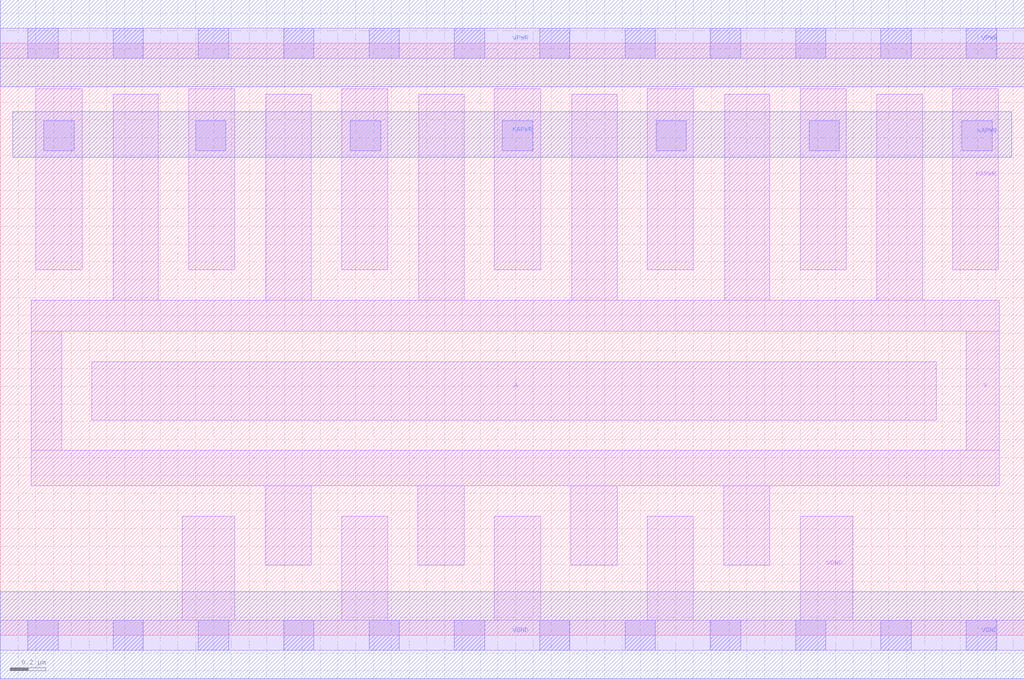
<source format=lef>
# Copyright 2020 The SkyWater PDK Authors
#
# Licensed under the Apache License, Version 2.0 (the "License");
# you may not use this file except in compliance with the License.
# You may obtain a copy of the License at
#
#     https://www.apache.org/licenses/LICENSE-2.0
#
# Unless required by applicable law or agreed to in writing, software
# distributed under the License is distributed on an "AS IS" BASIS,
# WITHOUT WARRANTIES OR CONDITIONS OF ANY KIND, either express or implied.
# See the License for the specific language governing permissions and
# limitations under the License.
#
# SPDX-License-Identifier: Apache-2.0

VERSION 5.7 ;
  NAMESCASESENSITIVE ON ;
  NOWIREEXTENSIONATPIN ON ;
  DIVIDERCHAR "/" ;
  BUSBITCHARS "[]" ;
UNITS
  DATABASE MICRONS 200 ;
END UNITS
MACRO sky130_fd_sc_lp__invkapwr_8
  CLASS CORE ;
  SOURCE USER ;
  FOREIGN sky130_fd_sc_lp__invkapwr_8 ;
  ORIGIN  0.000000  0.000000 ;
  SIZE  5.760000 BY  3.330000 ;
  SYMMETRY X Y ;
  SITE unit ;
  PIN A
    ANTENNAGATEAREA  2.772000 ;
    DIRECTION INPUT ;
    USE SIGNAL ;
    PORT
      LAYER li1 ;
        RECT 0.515000 1.210000 5.265000 1.540000 ;
    END
  END A
  PIN Y
    ANTENNADIFFAREA  2.587200 ;
    DIRECTION OUTPUT ;
    USE SIGNAL ;
    PORT
      LAYER li1 ;
        RECT 0.175000 0.840000 5.620000 1.040000 ;
        RECT 0.175000 1.040000 0.345000 1.710000 ;
        RECT 0.175000 1.710000 5.620000 1.885000 ;
        RECT 0.635000 1.885000 0.890000 3.045000 ;
        RECT 1.490000 0.395000 1.750000 0.840000 ;
        RECT 1.495000 1.885000 1.750000 3.045000 ;
        RECT 2.350000 0.395000 2.610000 0.840000 ;
        RECT 2.355000 1.885000 2.610000 3.045000 ;
        RECT 3.210000 0.395000 3.470000 0.840000 ;
        RECT 3.215000 1.885000 3.470000 3.045000 ;
        RECT 4.070000 0.395000 4.330000 0.840000 ;
        RECT 4.075000 1.885000 4.330000 3.045000 ;
        RECT 4.930000 1.885000 5.190000 3.045000 ;
        RECT 5.435000 1.040000 5.620000 1.710000 ;
    END
  END Y
  PIN KAPWR
    DIRECTION INOUT ;
    USE POWER ;
    PORT
      LAYER li1 ;
        RECT 0.200000 2.055000 0.460000 3.075000 ;
        RECT 1.060000 2.055000 1.320000 3.075000 ;
        RECT 1.920000 2.055000 2.180000 3.075000 ;
        RECT 2.780000 2.055000 3.040000 3.075000 ;
        RECT 3.640000 2.055000 3.900000 3.075000 ;
        RECT 4.500000 2.055000 4.760000 3.075000 ;
        RECT 5.360000 2.055000 5.615000 3.075000 ;
      LAYER mcon ;
        RECT 0.245000 2.725000 0.415000 2.895000 ;
        RECT 1.100000 2.725000 1.270000 2.895000 ;
        RECT 1.970000 2.725000 2.140000 2.895000 ;
        RECT 2.825000 2.725000 2.995000 2.895000 ;
        RECT 3.690000 2.725000 3.860000 2.895000 ;
        RECT 4.550000 2.725000 4.720000 2.895000 ;
        RECT 5.410000 2.725000 5.580000 2.895000 ;
      LAYER met1 ;
        RECT 0.070000 2.690000 5.690000 2.945000 ;
    END
  END KAPWR
  PIN VGND
    DIRECTION INOUT ;
    USE GROUND ;
    PORT
      LAYER li1 ;
        RECT 0.000000 -0.085000 5.760000 0.085000 ;
        RECT 1.025000  0.085000 1.320000 0.670000 ;
        RECT 1.920000  0.085000 2.180000 0.670000 ;
        RECT 2.780000  0.085000 3.040000 0.670000 ;
        RECT 3.640000  0.085000 3.900000 0.670000 ;
        RECT 4.500000  0.085000 4.795000 0.670000 ;
      LAYER mcon ;
        RECT 0.155000 -0.085000 0.325000 0.085000 ;
        RECT 0.635000 -0.085000 0.805000 0.085000 ;
        RECT 1.115000 -0.085000 1.285000 0.085000 ;
        RECT 1.595000 -0.085000 1.765000 0.085000 ;
        RECT 2.075000 -0.085000 2.245000 0.085000 ;
        RECT 2.555000 -0.085000 2.725000 0.085000 ;
        RECT 3.035000 -0.085000 3.205000 0.085000 ;
        RECT 3.515000 -0.085000 3.685000 0.085000 ;
        RECT 3.995000 -0.085000 4.165000 0.085000 ;
        RECT 4.475000 -0.085000 4.645000 0.085000 ;
        RECT 4.955000 -0.085000 5.125000 0.085000 ;
        RECT 5.435000 -0.085000 5.605000 0.085000 ;
      LAYER met1 ;
        RECT 0.000000 -0.245000 5.760000 0.245000 ;
    END
  END VGND
  PIN VPWR
    DIRECTION INOUT ;
    USE POWER ;
    PORT
      LAYER li1 ;
        RECT 0.000000 3.245000 5.760000 3.415000 ;
      LAYER mcon ;
        RECT 0.155000 3.245000 0.325000 3.415000 ;
        RECT 0.635000 3.245000 0.805000 3.415000 ;
        RECT 1.115000 3.245000 1.285000 3.415000 ;
        RECT 1.595000 3.245000 1.765000 3.415000 ;
        RECT 2.075000 3.245000 2.245000 3.415000 ;
        RECT 2.555000 3.245000 2.725000 3.415000 ;
        RECT 3.035000 3.245000 3.205000 3.415000 ;
        RECT 3.515000 3.245000 3.685000 3.415000 ;
        RECT 3.995000 3.245000 4.165000 3.415000 ;
        RECT 4.475000 3.245000 4.645000 3.415000 ;
        RECT 4.955000 3.245000 5.125000 3.415000 ;
        RECT 5.435000 3.245000 5.605000 3.415000 ;
      LAYER met1 ;
        RECT 0.000000 3.085000 5.760000 3.575000 ;
    END
  END VPWR
END sky130_fd_sc_lp__invkapwr_8

</source>
